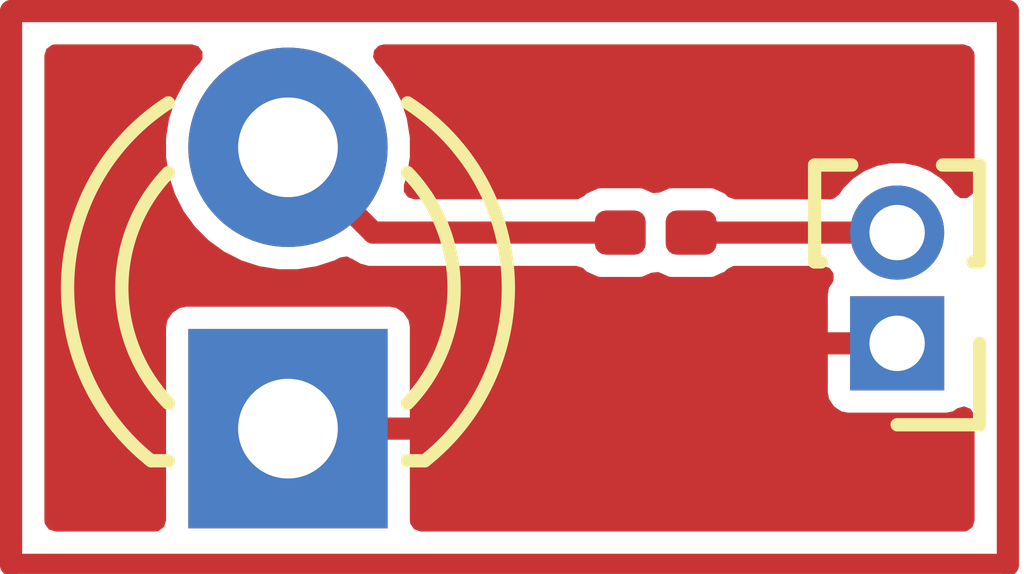
<source format=kicad_pcb>
(kicad_pcb (version 20241229) (generator "pcbnew") (generator_version "9.0")
  (layers (0 "F.Cu" signal) (2 "B.Cu" signal) (13 "F.Paste" user) (15 "B.Paste" user) (5 "F.SilkS" user "F.Silkscreen") (7 "B.SilkS" user "B.Silkscreen") (1 "F.Mask" user) (3 "B.Mask" user) (25 "Edge.Cuts" user))
  (net 0 "")
  (footprint "Resistor_SMD:R_0201_0603Metric" (layer "F.Cu") (at 17.82 195)
    (property "Reference" "REF**" (hide yes))
    (property "Value" "160R" (hide yes))
    (pad "1" smd roundrect (at -0.32 0) (size 0.46 0.4) (layers "F.Cu" "F.Mask"))
    (pad "2" smd roundrect (at 0.32 0) (size 0.46 0.4) (layers "F.Cu" "F.Mask"))
  )
  (footprint "LED_THT:LED_D3.0mm" (layer "F.Cu") (at 14.5 196.77 90)
    (property "Reference" "REF**" (hide yes))
    (property "Value" "LED_D3.0mm" (hide yes))
    (fp_line (start -0.29 -1.236) (end -0.29 -1.08) (stroke (width 0.12)) (layer "F.SilkS"))
    (fp_line (start -0.29 1.08) (end -0.29 1.236) (stroke (width 0.12)) (layer "F.SilkS"))
    (fp_arc (start -0.29 -1.235516) (mid 1.36566 -1.987699) (end 2.941437 -1.08) (stroke (width 0.12)) (layer "F.SilkS"))
    (fp_arc (start 0.229039 -1.08) (mid 1.27 -1.5) (end 2.310961 -1.08) (stroke (width 0.12)) (layer "F.SilkS"))
    (fp_arc (start 2.941437 1.08) (mid 1.36566 1.987699) (end -0.29 1.235516) (stroke (width 0.12)) (layer "F.SilkS"))
    (fp_arc (start 2.310961 1.08) (mid 1.27 1.5) (end 0.229039 1.08) (stroke (width 0.12)) (layer "F.SilkS"))
    (pad "1" thru_hole rect (at 0 0 90) (size 1.8 1.8) (drill 0.9) (layers "*.Cu" "*.Mask"))
    (pad "2" thru_hole circle (at 2.54 0 90) (size 1.8 1.8) (drill 0.9) (layers "*.Cu" "*.Mask"))
  )
  (footprint "Connector_PinHeader_1.00mm:PinHeader_1x02_P1.00mm_Vertical" (layer "F.Cu") (at 20 196 180)
    (property "Reference" "REF**" (hide yes))
    (property "Value" "PinHeader_1x02_P1.00mm_Vertical" (hide yes))
    (fp_line (start 0.745 0.735) (end 0.745 1.61) (stroke (width 0.12)) (layer "F.SilkS"))
    (fp_line (start 0.685565 0.735) (end 0.745 0.735) (stroke (width 0.12)) (layer "F.SilkS"))
    (fp_line (start 0.41003 1.61) (end 0.745 1.61) (stroke (width 0.12)) (layer "F.SilkS"))
    (fp_line (start -0.745 1.61) (end -0.41003 1.61) (stroke (width 0.12)) (layer "F.SilkS"))
    (fp_line (start -0.745 0.735) (end -0.685565 0.735) (stroke (width 0.12)) (layer "F.SilkS"))
    (fp_line (start -0.745 0.735) (end -0.745 1.61) (stroke (width 0.12)) (layer "F.SilkS"))
    (fp_line (start -0.745 0) (end -0.745 -0.735) (stroke (width 0.12)) (layer "F.SilkS"))
    (fp_line (start -0.745 -0.735) (end 0 -0.735) (stroke (width 0.12)) (layer "F.SilkS"))
    (pad "Gnd" thru_hole rect (at 0 0 180) (size 0.85 0.85) (drill 0.5) (layers "*.Cu" "*.Mask"))
    (pad "Vcc" thru_hole circle (at 0 1 180) (size 0.85 0.85) (drill 0.5) (layers "*.Cu" "*.Mask"))
  )
  (gr_line (start 12 193) (end 21 193) (stroke (width 0.2)) (layer "F.Cu"))
  (gr_line (start 21 198) (end 12 198) (stroke (width 0.2)) (layer "F.Cu"))
  (gr_line (start 12 198) (end 12 193) (stroke (width 0.2)) (layer "F.Cu"))
  (gr_line (start 21 193) (end 21 198) (stroke (width 0.2)) (layer "F.Cu"))
  (segment (start 17.5 195) (end 15.27 195) (width 0.2) (layer "F.Cu") (net 0))
  (segment (start 20 195) (end 18.14 195) (width 0.2) (layer "F.Cu") (net 0))
  (segment (start 14.5 196.77) (end 16.23 196.77) (width 0.2) (layers "F.Cu" "F.Mask") (net 0))
  (segment (start 19 196) (end 18.5 196.5) (width 0.2) (layers "F.Cu" "F.Mask") (net 0))
  (segment (start 15.27 195) (end 14.5 194.23) (width 0.2) (layer "F.Cu") (net 0))
  (segment (start 16.23 196.77) (end 16.5 196.5) (width 0.2) (layer "F.Cu") (net 0))
  (segment (start 20 196) (end 19 196) (width 0.2) (layer "F.Cu") (net 0))
  (zone (net 0) (net_name "") (layer "F.Cu") (priority 4) (connect_pads (clearance 0.2)) (min_thickness 0.2) (fill yes (thermal_gap 0.5) (thermal_bridge_width 0.5) (island_removal_mode 1) (island_area_min 10))
    (polygon (pts (xy 12 193) (xy 21 193) (xy 21 198) (xy 12 198)))
  )
)
</source>
